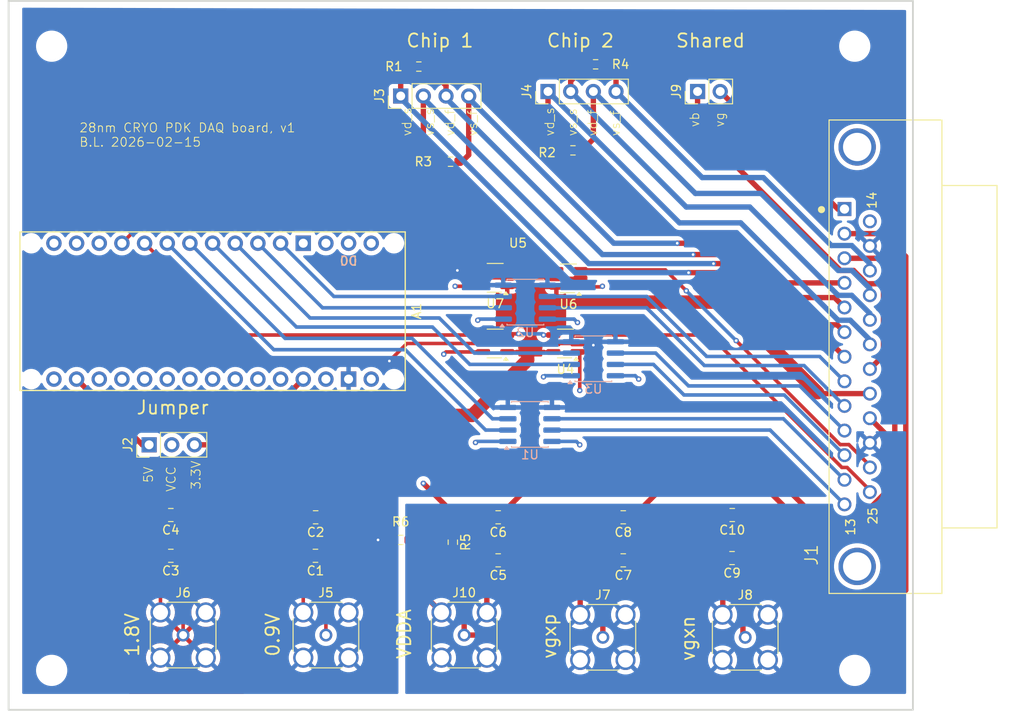
<source format=kicad_pcb>
(kicad_pcb
	(version 20241229)
	(generator "pcbnew")
	(generator_version "9.0")
	(general
		(thickness 1.6)
		(legacy_teardrops no)
	)
	(paper "A4")
	(layers
		(0 "F.Cu" signal)
		(4 "In1.Cu" signal)
		(6 "In2.Cu" signal)
		(2 "B.Cu" signal)
		(9 "F.Adhes" user "F.Adhesive")
		(11 "B.Adhes" user "B.Adhesive")
		(13 "F.Paste" user)
		(15 "B.Paste" user)
		(5 "F.SilkS" user "F.Silkscreen")
		(7 "B.SilkS" user "B.Silkscreen")
		(1 "F.Mask" user)
		(3 "B.Mask" user)
		(17 "Dwgs.User" user "User.Drawings")
		(19 "Cmts.User" user "User.Comments")
		(21 "Eco1.User" user "User.Eco1")
		(23 "Eco2.User" user "User.Eco2")
		(25 "Edge.Cuts" user)
		(27 "Margin" user)
		(31 "F.CrtYd" user "F.Courtyard")
		(29 "B.CrtYd" user "B.Courtyard")
		(35 "F.Fab" user)
		(33 "B.Fab" user)
		(39 "User.1" user)
		(41 "User.2" user)
		(43 "User.3" user)
		(45 "User.4" user)
	)
	(setup
		(stackup
			(layer "F.SilkS"
				(type "Top Silk Screen")
			)
			(layer "F.Paste"
				(type "Top Solder Paste")
			)
			(layer "F.Mask"
				(type "Top Solder Mask")
				(thickness 0.01)
			)
			(layer "F.Cu"
				(type "copper")
				(thickness 0.035)
			)
			(layer "dielectric 1"
				(type "prepreg")
				(thickness 0.1)
				(material "FR4")
				(epsilon_r 4.5)
				(loss_tangent 0.02)
			)
			(layer "In1.Cu"
				(type "copper")
				(thickness 0.035)
			)
			(layer "dielectric 2"
				(type "core")
				(thickness 1.24)
				(material "FR4")
				(epsilon_r 4.5)
				(loss_tangent 0.02)
			)
			(layer "In2.Cu"
				(type "copper")
				(thickness 0.035)
			)
			(layer "dielectric 3"
				(type "prepreg")
				(thickness 0.1)
				(material "FR4")
				(epsilon_r 4.5)
				(loss_tangent 0.02)
			)
			(layer "B.Cu"
				(type "copper")
				(thickness 0.035)
			)
			(layer "B.Mask"
				(type "Bottom Solder Mask")
				(thickness 0.01)
			)
			(layer "B.Paste"
				(type "Bottom Solder Paste")
			)
			(layer "B.SilkS"
				(type "Bottom Silk Screen")
			)
			(copper_finish "None")
			(dielectric_constraints no)
		)
		(pad_to_mask_clearance 0)
		(allow_soldermask_bridges_in_footprints no)
		(tenting front back)
		(pcbplotparams
			(layerselection 0x00000000_00000000_55555555_5755f5ff)
			(plot_on_all_layers_selection 0x00000000_00000000_00000000_00000000)
			(disableapertmacros no)
			(usegerberextensions no)
			(usegerberattributes yes)
			(usegerberadvancedattributes yes)
			(creategerberjobfile yes)
			(dashed_line_dash_ratio 12.000000)
			(dashed_line_gap_ratio 3.000000)
			(svgprecision 4)
			(plotframeref no)
			(mode 1)
			(useauxorigin no)
			(hpglpennumber 1)
			(hpglpenspeed 20)
			(hpglpendiameter 15.000000)
			(pdf_front_fp_property_popups yes)
			(pdf_back_fp_property_popups yes)
			(pdf_metadata yes)
			(pdf_single_document no)
			(dxfpolygonmode yes)
			(dxfimperialunits yes)
			(dxfusepcbnewfont yes)
			(psnegative no)
			(psa4output no)
			(plot_black_and_white yes)
			(sketchpadsonfab no)
			(plotpadnumbers no)
			(hidednponfab no)
			(sketchdnponfab yes)
			(crossoutdnponfab yes)
			(subtractmaskfromsilk no)
			(outputformat 1)
			(mirror no)
			(drillshape 1)
			(scaleselection 1)
			(outputdirectory "")
		)
	)
	(net 0 "")
	(net 1 "/Supdate_HV")
	(net 2 "/Sclkn_HV")
	(net 3 "unconnected-(A1-PadA3)")
	(net 4 "unconnected-(A1-A5{slash}SCL-PadA5)")
	(net 5 "unconnected-(A1-D1{slash}TX-PadD1)")
	(net 6 "unconnected-(A1-PadD10)")
	(net 7 "unconnected-(A1-PadAREF)")
	(net 8 "unconnected-(A1-PadA2)")
	(net 9 "/Sclkp_HV")
	(net 10 "unconnected-(A1-PadA0)")
	(net 11 "unconnected-(A1-RESET-PadRST1)")
	(net 12 "GND")
	(net 13 "unconnected-(A1-D11_MOSI-PadD11)")
	(net 14 "unconnected-(A1-RESET-PadRST2)")
	(net 15 "unconnected-(A1-D13_SCK-PadD13)")
	(net 16 "unconnected-(A1-D0{slash}RX-PadD0)")
	(net 17 "/Senable_HV")
	(net 18 "unconnected-(A1-A4{slash}SDA-PadA4)")
	(net 19 "/Sin_HV")
	(net 20 "unconnected-(A1-PadA6)")
	(net 21 "/Sout_Chip1_HV")
	(net 22 "/Sreset_HV")
	(net 23 "unconnected-(A1-PadVIN)")
	(net 24 "unconnected-(A1-D12_MISO-PadD12)")
	(net 25 "+5V")
	(net 26 "unconnected-(A1-PadA7)")
	(net 27 "unconnected-(A1-PadA1)")
	(net 28 "+3.3V")
	(net 29 "unconnected-(A1-GND-PadGND1)")
	(net 30 "/Sout_Chip2_HV")
	(net 31 "/VSSA")
	(net 32 "/1V8")
	(net 33 "/Sin_0V9")
	(net 34 "/Sclkn_0V9")
	(net 35 "/Chip1_Sout_0V9")
	(net 36 "/Sreset_0V9")
	(net 37 "/Supdate_0V9")
	(net 38 "/Chip1_vd_sense")
	(net 39 "/vb")
	(net 40 "/Chip1_vs_sense")
	(net 41 "/Chip1_vd_force")
	(net 42 "/vgxp")
	(net 43 "/Chip2_vd_sense")
	(net 44 "/Chip2_Sout_0V9")
	(net 45 "/Chip2_vs_sense")
	(net 46 "/0V9")
	(net 47 "/Senable_0V9")
	(net 48 "/Sclkp_0V9")
	(net 49 "/VDDA")
	(net 50 "/vgxn")
	(net 51 "/Chip1_vs_force")
	(net 52 "/vg")
	(net 53 "/Chip2_vd_force")
	(net 54 "/Chip2_vs_force")
	(net 55 "VCC")
	(net 56 "Net-(U4-B)")
	(net 57 "Net-(U6-B)")
	(footprint "Connector_Coaxial:SMA_Amphenol_132134-14_Vertical" (layer "F.Cu") (at 190.246 114.3))
	(footprint "Capacitor_SMD:C_0805_2012Metric_Pad1.18x1.45mm_HandSolder" (layer "F.Cu") (at 176.579045 100.838 180))
	(footprint "Resistor_SMD:R_0603_1608Metric_Pad0.98x0.95mm_HandSolder" (layer "F.Cu") (at 157.48 103.632 -90))
	(footprint "Capacitor_SMD:C_0805_2012Metric_Pad1.18x1.45mm_HandSolder" (layer "F.Cu") (at 125.877134 100.584 180))
	(footprint "Connector_PinHeader_2.54mm:PinHeader_1x03_P2.54mm_Vertical" (layer "F.Cu") (at 123.444 92.71 90))
	(footprint "Capacitor_SMD:C_0805_2012Metric_Pad1.18x1.45mm_HandSolder" (layer "F.Cu") (at 142.105589 100.838 180))
	(footprint "Connector_Coaxial:SMA_Amphenol_132134-14_Vertical" (layer "F.Cu") (at 143.256 114.046))
	(footprint "arduino footprints:TE_5747846-6" (layer "F.Cu") (at 201.3712 66.27 90))
	(footprint "Resistor_SMD:R_0603_1608Metric_Pad0.98x0.95mm_HandSolder" (layer "F.Cu") (at 153.67 50.292))
	(footprint "Capacitor_SMD:C_0805_2012Metric_Pad1.18x1.45mm_HandSolder" (layer "F.Cu") (at 188.771045 105.41 180))
	(footprint "Resistor_SMD:R_0603_1608Metric_Pad0.98x0.95mm_HandSolder" (layer "F.Cu") (at 151.638 103.378))
	(footprint "Resistor_SMD:R_0603_1608Metric_Pad0.98x0.95mm_HandSolder" (layer "F.Cu") (at 157.226 60.96))
	(footprint "Capacitor_SMD:C_0805_2012Metric_Pad1.18x1.45mm_HandSolder" (layer "F.Cu") (at 142.084089 105.156 180))
	(footprint "MountingHole:MountingHole_3mm" (layer "F.Cu") (at 112.522 48.006))
	(footprint "Capacitor_SMD:C_0805_2012Metric_Pad1.18x1.45mm_HandSolder" (layer "F.Cu") (at 176.579045 105.664 180))
	(footprint "Package_TO_SOT_SMD:SOT-23-6_Handsoldering" (layer "F.Cu") (at 170.1 81.346 180))
	(footprint "Connector_PinHeader_2.54mm:PinHeader_1x04_P2.54mm_Vertical" (layer "F.Cu") (at 168.148 53.086 90))
	(footprint "arduino-library:Arduino_Nano_Socket" (layer "F.Cu") (at 108.966 77.724 -90))
	(footprint "Package_TO_SOT_SMD:SOT-23-6_Handsoldering" (layer "F.Cu") (at 170.434 74.046 180))
	(footprint "Connector_Coaxial:SMA_Amphenol_132134-14_Vertical" (layer "F.Cu") (at 174.293045 114.3))
	(footprint "Resistor_SMD:R_0603_1608Metric_Pad0.98x0.95mm_HandSolder" (layer "F.Cu") (at 170.942 59.69))
	(footprint "Connector_Coaxial:SMA_Amphenol_132134-14_Vertical" (layer "F.Cu") (at 158.75 114.046))
	(footprint "MountingHole:MountingHole_3mm" (layer "F.Cu") (at 202.522 118.006))
	(footprint "Connector_PinHeader_2.54mm:PinHeader_1x04_P2.54mm_Vertical" (layer "F.Cu") (at 151.638 53.594 90))
	(footprint "MountingHole:MountingHole_3mm" (layer "F.Cu") (at 112.522 118.006))
	(footprint "Package_TO_SOT_SMD:SOT-23-6_Handsoldering" (layer "F.Cu") (at 162.226 73.98 180))
	(footprint "Resistor_SMD:R_0603_1608Metric_Pad0.98x0.95mm_HandSolder" (layer "F.Cu") (at 173.482 50.038))
	(footprint "MountingHole:MountingHole_3mm" (layer "F.Cu") (at 202.522 48.006))
	(footprint "Connector_PinHeader_2.54mm:PinHeader_1x02_P2.54mm_Vertical" (layer "F.Cu") (at 184.907 53.086 90))
	(footprint "Capacitor_SMD:C_0805_2012Metric_Pad1.18x1.45mm_HandSolder" (layer "F.Cu") (at 162.56 105.664 180))
	(footprint "Capacitor_SMD:C_0805_2012Metric_Pad1.18x1.45mm_HandSolder" (layer "F.Cu") (at 188.792545 100.584 180))
	(footprint "Capacitor_SMD:C_0805_2012Metric_Pad1.18x1.45mm_HandSolder" (layer "F.Cu") (at 125.877134 105.156 180))
	(footprint "Package_TO_SOT_SMD:SOT-23-6_Handsoldering" (layer "F.Cu") (at 162.226 81.346 180))
	(footprint "Capacitor_SMD:C_0805_2012Metric_Pad1.18x1.45mm_HandSolder" (layer "F.Cu") (at 162.56 100.838 180))
	(footprint "Connector_Coaxial:SMA_Amphenol_132134-14_Vertical" (layer "F.Cu") (at 127.254 114.046))
	(footprint "Package_SO:SOIC-8_3.9x4.9mm_P1.27mm" (layer "B.Cu") (at 166.116 90.424))
	(footprint "Package_SO:SOIC-8_3.9x4.9mm_P1.27mm" (layer "B.Cu") (at 173.228 83.058))
	(footprint "Package_SO:SOIC-8_3.9x4.9mm_P1.27mm"
		(layer "B.Cu")
		(uuid "ec67d631-99ce-434f-9fc4-72e686632552")
		(at 165.608 76.708)
		(descr "SOIC, 8 Pin (JEDEC MS-012AA, https://www.analog.com/media/en/package-pcb-resources/package/pkg_pdf/soic_narrow-r/r_8.pdf), generated with kicad-footprint-generator ipc_gullwing_generator.py")
		(tags "SOIC SO")
		(property "Reference" "U2"
			(at 0 3.4 180)
			(layer "B.SilkS")
			(uuid "d2dcaf8b-6fa8-4b64-a7f4-134eb8edf300")
			(effects
				(font
					(size 1 1)
					(thickness 0.15)
				)
				(justify mirror)
			)
		)
		(property "Value" "NLSV2T244DR2G"
			(at 0 -3.4 180)
			(layer "B.Fab")
			(uuid "d3847932-15da-4959-8910-934d1dd188ab")
			(effects
				(font
					(size 1 1)
					(thickness 0.15)
				)
				(justify mirror)
			)
		)
		(property "Datasheet" "NLSV2T244DR2G"
			(at 0 0 180)
			(layer "B.Fab")
			(hide yes)
			(uuid "736181f2-e800-4bea-a459-e1b1c3dc47c1")
			(effects
				(font
					(size 1.27 1.27)
					(thickness 0.15)
				)
				(justify mirror)
			)
		)
		(property "Description" ""
			(at 0 0 180)
			(layer "B.Fab")
			(hide yes)
			(uuid "90bec648-d143-4a17-8bbe-b85a20f8d892")
			(effects
				(font
					(size 1.27 1.27)
					(thickness 0.15)
				)
				(justify mirror)
			)
		)
		(property ki_fp_filters "SOIC8_ONS SOIC8_ONS-M SOIC8_ONS-L")
		(path "/f2874597-0109-4453-aaa0-347ea20f1beb")
		(sheetname "/")
		(sheetfile "cryo_pdk_arduino_board_v1.kicad_sch")
		(attr smd)
		(fp_line
			(start -2.06 -2.56)
			(end -2.06 -2.465)
			(stroke
				(width 0.12)
				(type solid)
			)
			(layer "B.SilkS")
			(uuid "0be6e3aa-750f-4d4e-9422-16c43bf71c40")
		)
		(fp_line
			(start -2.06 2.465)
			(end -2.06 2.56)
			(stroke
				(width 0.12)
				(type solid)
			)
			(layer "B.SilkS")
			(uuid "4ddf175e-2650-436f-87a0-91235b44d4d6")
		)
		(fp_line
			(start -2.06 2.56)
			(end 2.06 2.56)
			(stroke
				(width 0.12)
				(type solid)
			)
			(layer "B.SilkS")
			(uuid "762cf240-cb36-4701-ba31-9f5ec90a20b5")
		)
		(fp_line
			(start 2.06 -2.56)
			(end -2.06 -2.56)
			(stroke
				(width 0.12)
				(type solid)
			)
			(layer "B.SilkS")
			(uuid "49e03eec-ecfe-4a58-a0b7-4835eee42885")
		)
		(fp_line
			(start 2.06 -2.465)
			(end 2.06 -2.56)
			(stroke
				(width 0.12)
				(type solid)
			)
			(layer "B.SilkS")
			(uuid "ba25ba6c-8695-4d34-a22c-6113ac2e7fb1")
		)
		(fp_line
			(start 2.06 2.56)
			(end 2.06 2.465)
			(stroke
				(width 0.12)
				(type solid)
			)
			(layer "B.SilkS")
			(uuid "430650cf-72d9-42e5-b6bb-dda3f60dfc8b")
		)
		(fp_poly
			(pts
				(xy -2.6 2.47) (xy -2.84 2.8) (xy -2.36 2.8)
			)
			(stroke
				(width 0.12)
				(type solid)
			)
			(fill yes)
			(layer "B.SilkS")
			(uuid "935a57c6-2032-41a0-82fb-87fe2a9969fa")
		)
		(fp_line
			(start -3.7 -2.46)
			(end -3.7 2.46)
			(stroke
				(width 0.05)
				(type solid)
			)
			(layer "B.CrtYd")
			(uuid "7f8cd4a1-1f2a-4f95-8874-def2d5e9388c")
		)
		(fp_line
			(start -3.7 2.46)
			(end -2.2 2.46)
			(stroke
				(width 0.05)
				(type solid)
			)
			(layer "B.CrtYd")
			(uuid "80f26152-030d-4d61-be10-aaf268039aa1")
		)
		(fp_line
			(start -2.2 -2.7)
			(end -2.2 -2.46)
			(stroke
				(width 0.05)
				(type solid)
			)
			(layer "B.CrtYd")
			(uuid "c2d7b844-8425-4488-9d67-721a8ebb0650")
		)
		(fp_line
			(start -2.2 -2.46)
			(end -3.7 -2.46)
			(stroke
				(width 0.05)
				(type solid)
			)
			(layer "B.CrtYd")
			(uuid "6292e621-4080-4245-a236-02fd48a56c75")
		)
		(fp_line
			(start -2.2 2.46)
			(end -2.2 2.7)
			(stroke
				(width 0.05)
				(type solid)
			)
			(layer "B.CrtYd")
			(uuid "2f107ba1-dcf0-403d-b23d-66c58107f801")
		)
		(fp_line
			(start -2.2 2.7)
			(end 2.2 2.7)
			(stroke
				(width 0.05)
				(type solid)
			)
			(layer "B.CrtYd")
			(uuid "b657f152-75b9-4b62-b00a-a79226b430dc")
		)
		(fp_line
			(start 2.2 -2.7)
			(end -2.2 -2.7)
			(stroke
				(width 0.05)
				(type solid)
			)
			(layer "B.CrtYd")
			(uuid "6cf2a7c5-0232-40d0-b686-1a917aa8ba61")
		)
		(fp_line
			(start 2.2 -2.46)
			(end 2.2 -2.7)
			(stroke
				(width 0.05)
				(type solid)
			)
			(layer "B.CrtYd")
			(uuid "bc639e59-fa64-4300-b26a-b0d4a3f29732")
		)
		(fp_line
			(start 2.2 2.46)
			(end 3.7 2.46)
			(stroke
				(width 0.05)
				(type solid)
			)
			(layer "B.CrtYd")
			(uuid "2d4859c4-cafe-49fc-8f10-1bf7bf9b395c")
		)
		(fp_line
			(start 2.2 2.7)
			(end 2.2 2.46)
			(stroke
				(width 0.05)
				(type solid)
			)
			(layer "B.CrtYd")
			(uuid "a5e585b0-1e84-4cdd-9e1d-647e5442313e")
		)
		(fp_line
			(start 3.7 -2.46)
			(end 2.2 -2.46)
			(stroke
				(width 0.05)
				(type solid)
			)
			(layer "B.CrtYd")
			(uuid "6a59e29a-78e5-4c2d-a4dc-05ad2af20616")
		)
		(fp_line
			(start 3.7 2.46)
			(end 3.7 -2.46)
			(stroke
				(width 0.05)
				(type solid)
			)
			(layer "B.CrtYd")
			(uuid "d01932b6-c60a-4c1f-b2ea-67cd63bcfa1d")
		)
		(fp_poly
			(pts
				(xy -0.975 2.45) (xy 1.95 2.45) (xy 1.95 -2.45) (xy -1.95 -2.45) (xy -1.95 1.475)
			)
			(stroke
				(width 0.1)
				(type solid)
			)
			(fill no)
			(layer "B.Fab")
			(uuid "87212a32-c74b-4cc1-9ad7-4ca75269ebd0")
		)
		(fp_text user "${REFERENCE}"
			(at 0 0 90)
			(layer "B.Fab")
			(uuid "c49166e8-d86a-4d8a-9374-d7b4428e05c3")
			(effects
				(font
					(size 1 1)
					(thickness 0.15)
				)
				(justify mirror)
			)
		)
		(pad "1" smd roundrect
			(at -2.475 1.905)
			(size 1.95 0.6)
			(layers "B.Cu" "B.Mask" "B.Paste")
			(roundrect_rratio 0.25)
			(net 55 "VCC")
			(pinfunction "VCCA")
			(pintype "unspecified")
			(uuid "26f19e56-515b-40b7-9454-4e034af0ae40")
		)
		(pad "2" smd roundrect
			(at -2.475 0.635)
			(size 1.95 0.6)
			(layers "B.Cu" "B.Mask" "B.Paste")
			(roundrect_rratio 0.25)
			(net 22 "/Sreset_HV")
			(pinfunction "A1")
			(pintype "input")
			(uuid "31b408a4-6a16-472b-a7c0-2c639c4f4b18")
		)
		(pad "3" smd roundrect
			(at -2.475 -0.635)
			(size 1.95 0.6)
			(layers "B.Cu" "B.Mask" "B.Paste")
			(roundrect_rratio 0.25)
			(net 1 "/Supdate_HV")
			(pinfunction "A2")
			(pintype "input")
			(uuid "4748f327-932f-40da-bd79-e19cd795035e")
		)
		(pad "4" smd roundrect
			(at -2.475 -1.905)
			(size 1.95 0.6)
			(layers "B.Cu" "B.Mask" "B.Paste")
			(roundrect_rratio 0.25)
			(net 12 "GND")
			(pinfunction "*OE")
			(pintype "unspecified")
			(uuid "ea27d4be-fa2f-4847-93e6-454b6cfaee1c")
		)
		(pad "5" smd roundrect
			(at 2.475 -1.905)
			(size 1.95 0.6)
			(layers "B.Cu" "B.Mask" "B.Paste")
			(roundrect_rratio 0.25)
			(net 12 "GND")
			(pinfunction "GND")
			(pintype "unspecified")
			(uuid "826f6c85-7c04-4aca-826c-f408b8a5e931")
		)
		(pad "6" smd roundrect
			(at 2.475 -0.635)
			(size 1.95 0.6)
			(layers "B.Cu" "B.Mask" "B.Paste")
			(roundrect_rratio 0.25)
			(net 37 "/Supdate_0V9")
			(pinfunction "B2")
			(pintype "output")
			(uuid "407c1521-e9f7-4c74-89c1-c70bf6964ed6")
		)
		(pad "7" smd roundrect
			(at 2.475 0.635)
			(size 1.95 0.6)
			(layers "B.Cu" "B.Mask" "B.Paste")
			(roundrect_rratio 0.25)
			(net 36 "/Sreset_0V9")
			(pinfunction "B1")
			(pintype "output")
			(uuid "30dea880-b44f-4eb3-9e64-2ca918bddaf2")
		)
		(pad "8" smd roundrect
			(at 2.475 1.905)
			(size 1.95 0.6)
			(layers "B.Cu" "B.Mask" "B.Paste")
			(roundrect_rratio 0.25)
			(net 46 "/0V9")
			(pinfunction "VCCB")
			(pintype "unspecified")
			
... [408125 chars truncated]
</source>
